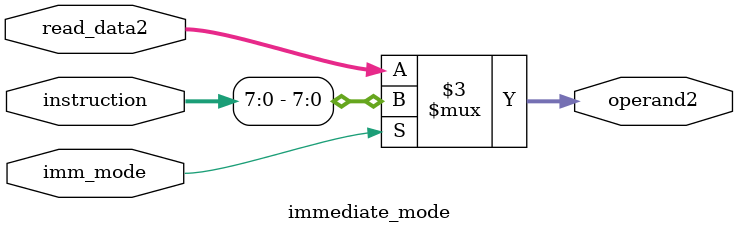
<source format=v>
module immediate_mode(
    input wire [15:0] instruction,
    input wire imm_mode,
    input wire [7:0] read_data2,
    output reg[7:0] operand2
);

always @(*) begin
    if(imm_mode) // Immediate mode is enabled then 
    begin
      operand2=instruction[7:0];
    end
    else
    begin
        operand2=read_data2;
    end
end

endmodule
</source>
